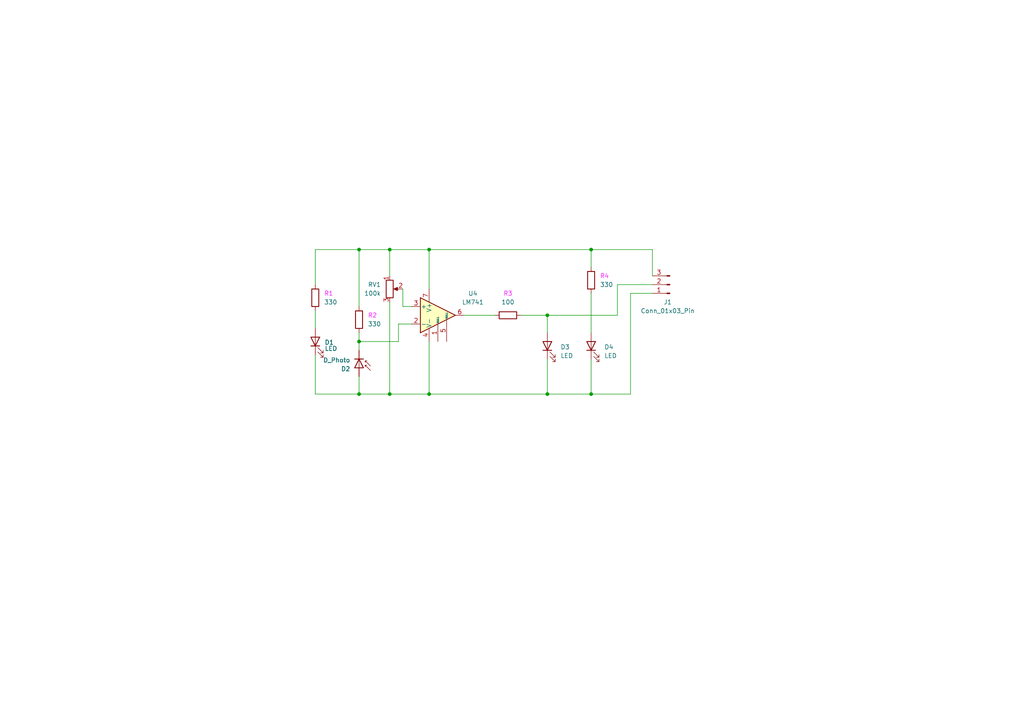
<source format=kicad_sch>
(kicad_sch (version 20231120) (generator "eeschema") (generator_version "8.0")
  (paper "A4")
  (lib_symbols
    (symbol "Amplifier_Operational:LM741" (pin_names (offset 0.127))
      (property "Reference" "U" (at 0 6.35 0))
      (property "Value" "LM741" (at 0 3.81 0))
      (symbol "LM741_0_1"
        (polyline (pts (xy -5.08 5.08) (xy 5.08 0) (xy -5.08 -5.08) (xy -5.08 5.08)) (stroke (width 0.254)) (fill (type background)))
      )
      (symbol "LM741_1_1"
        (pin input line (at 0 -7.62 90) (length 5.08) (name "NULL") (number "1"))
        (pin input line (at -7.62 -2.54 0) (length 2.54) (name "-") (number "2"))
        (pin input line (at -7.62 2.54 0) (length 2.54) (name "+") (number "3"))
        (pin power_in line (at -2.54 -7.62 90) (length 3.81) (name "V-") (number "4"))
        (pin input line (at 2.54 -7.62 90) (length 6.35) (name "NULL") (number "5"))
        (pin output line (at 7.62 0 180) (length 2.54) (name "~") (number "6"))
        (pin power_in line (at -2.54 7.62 270) (length 3.81) (name "V+") (number "7"))
        (pin no_connect line (at 0 2.54 270) (length 2.54) hide (name "NC") (number "8"))
      )
    )
    (symbol "Connector:Conn_01x03_Pin" (pin_names (offset 1.016) hide)
      (property "Reference" "J" (at 0 5.08 0))
      (property "Value" "Conn_01x03_Pin" (at 0 -5.08 0))
      (symbol "Conn_01x03_Pin_1_1"
        (polyline (pts (xy 1.27 -2.54) (xy 0.8636 -2.54)) (stroke (width 0.1524)))
        (polyline (pts (xy 1.27 0) (xy 0.8636 0)) (stroke (width 0.1524)))
        (polyline (pts (xy 1.27 2.54) (xy 0.8636 2.54)) (stroke (width 0.1524)))
        (rectangle (start 0.8636 -2.413) (end 0 -2.667) (stroke (width 0.1524)) (fill (type outline)))
        (rectangle (start 0.8636 0.127) (end 0 -0.127) (stroke (width 0.1524)) (fill (type outline)))
        (rectangle (start 0.8636 2.667) (end 0 2.413) (stroke (width 0.1524)) (fill (type outline)))
        (pin passive line (at 5.08 2.54 180) (length 3.81) (name "Pin_1") (number "1"))
        (pin passive line (at 5.08 0 180) (length 3.81) (name "Pin_2") (number "2"))
        (pin passive line (at 5.08 -2.54 180) (length 3.81) (name "Pin_3") (number "3"))
      )
    )
    (symbol "Device:D_Photo" (pin_numbers hide) (pin_names hide)
      (property "Reference" "D" (at 0.508 1.778 0))
      (property "Value" "D_Photo" (at -1.016 -2.794 0))
      (symbol "D_Photo_0_1"
        (polyline (pts (xy -2.54 1.27) (xy -2.54 -1.27)) (stroke (width 0.254)))
        (polyline (pts (xy -2.032 1.778) (xy -1.524 1.778)))
        (polyline (pts (xy 0 0) (xy -2.54 0)))
        (polyline (pts (xy -0.508 3.302) (xy -2.032 1.778) (xy -2.032 2.286)))
        (polyline (pts (xy 0 -1.27) (xy 0 1.27) (xy -2.54 0) (xy 0 -1.27)) (stroke (width 0.254)))
        (polyline (pts (xy 0.762 3.302) (xy -0.762 1.778) (xy -0.762 2.286) (xy -0.762 1.778) (xy -0.254 1.778)))
      )
      (symbol "D_Photo_1_1"
        (pin passive line (at -5.08 0 0) (length 2.54) (name "K") (number "1"))
        (pin passive line (at 2.54 0 180) (length 2.54) (name "A") (number "2"))
      )
    )
    (symbol "Device:LED" (pin_numbers hide) (pin_names (offset 1.016) hide)
      (property "Reference" "D" (at 0 2.54 0))
      (property "Value" "LED" (at 0 -2.54 0))
      (symbol "LED_0_1"
        (polyline (pts (xy -1.27 -1.27) (xy -1.27 1.27)) (stroke (width 0.254)))
        (polyline (pts (xy -1.27 0) (xy 1.27 0)))
        (polyline (pts (xy 1.27 -1.27) (xy 1.27 1.27) (xy -1.27 0) (xy 1.27 -1.27)) (stroke (width 0.254)))
        (polyline (pts (xy -3.048 -0.762) (xy -4.572 -2.286) (xy -3.81 -2.286) (xy -4.572 -2.286) (xy -4.572 -1.524)))
        (polyline (pts (xy -1.778 -0.762) (xy -3.302 -2.286) (xy -2.54 -2.286) (xy -3.302 -2.286) (xy -3.302 -1.524)))
      )
      (symbol "LED_1_1"
        (pin passive line (at -3.81 0 0) (length 2.54) (name "K") (number "1"))
        (pin passive line (at 3.81 0 180) (length 2.54) (name "A") (number "2"))
      )
    )
    (symbol "Device:R" (pin_numbers hide) (pin_names (offset 0))
      (property "Reference" "R" (at 2.032 0 90))
      (property "Value" "R" (at 0 0 90))
      (symbol "R_0_1"
        (rectangle (start -1.016 -2.54) (end 1.016 2.54) (stroke (width 0.254)))
      )
      (symbol "R_1_1"
        (pin passive line (at 0 3.81 270) (length 1.27) (name "~") (number "1"))
        (pin passive line (at 0 -3.81 90) (length 1.27) (name "~") (number "2"))
      )
    )
    (symbol "Device:R_Potentiometer" (pin_names (offset 1.016) hide)
      (property "Reference" "RV" (at -4.445 0 90))
      (property "Value" "R_Potentiometer" (at -2.54 0 90))
      (symbol "R_Potentiometer_0_1"
        (polyline (pts (xy 2.54 0) (xy 1.524 0)))
        (polyline (pts (xy 1.143 0) (xy 2.286 0.508) (xy 2.286 -0.508) (xy 1.143 0)) (fill (type outline)))
        (rectangle (start 1.016 2.54) (end -1.016 -2.54) (stroke (width 0.254)))
      )
      (symbol "R_Potentiometer_1_1"
        (pin passive line (at 0 3.81 270) (length 1.27) (name "1") (number "1"))
        (pin passive line (at 3.81 0 180) (length 1.27) (name "2") (number "2"))
        (pin passive line (at 0 -3.81 90) (length 1.27) (name "3") (number "3"))
      )
    )
  )
  (junction (at 171.45 72.39))
  (junction (at 158.75 91.44))
  (junction (at 104.14 72.39))
  (junction (at 124.46 72.39))
  (junction (at 171.45 114.3))
  (junction (at 113.03 114.3))
  (junction (at 158.75 114.3))
  (junction (at 124.46 114.3))
  (junction (at 104.14 114.3))
  (junction (at 104.14 99.06))
  (junction (at 113.03 72.39))
  (wire (pts (xy 104.14 114.3) (xy 113.03 114.3)))
  (wire (pts (xy 134.62 91.44) (xy 143.51 91.44)))
  (wire (pts (xy 158.75 104.14) (xy 158.75 114.3)))
  (wire (pts (xy 189.23 72.39) (xy 171.45 72.39)))
  (wire (pts (xy 104.14 109.22) (xy 104.14 114.3)))
  (wire (pts (xy 171.45 72.39) (xy 171.45 77.47)))
  (wire (pts (xy 124.46 99.06) (xy 124.46 114.3)))
  (wire (pts (xy 182.88 114.3) (xy 171.45 114.3)))
  (wire (pts (xy 91.44 90.17) (xy 91.44 95.25)))
  (wire (pts (xy 113.03 114.3) (xy 124.46 114.3)))
  (wire (pts (xy 124.46 114.3) (xy 158.75 114.3)))
  (wire (pts (xy 113.03 87.63) (xy 113.03 114.3)))
  (wire (pts (xy 104.14 99.06) (xy 104.14 101.6)))
  (wire (pts (xy 124.46 72.39) (xy 171.45 72.39)))
  (wire (pts (xy 158.75 91.44) (xy 158.75 96.52)))
  (wire (pts (xy 189.23 80.01) (xy 189.23 72.39)))
  (wire (pts (xy 113.03 72.39) (xy 113.03 80.01)))
  (wire (pts (xy 104.14 72.39) (xy 113.03 72.39)))
  (wire (pts (xy 115.57 93.98) (xy 119.38 93.98)))
  (wire (pts (xy 171.45 85.09) (xy 171.45 96.52)))
  (wire (pts (xy 158.75 91.44) (xy 179.07 91.44)))
  (wire (pts (xy 113.03 72.39) (xy 124.46 72.39)))
  (wire (pts (xy 104.14 99.06) (xy 115.57 99.06)))
  (wire (pts (xy 124.46 72.39) (xy 124.46 83.82)))
  (wire (pts (xy 104.14 96.52) (xy 104.14 99.06)))
  (wire (pts (xy 115.57 99.06) (xy 115.57 93.98)))
  (wire (pts (xy 179.07 82.55) (xy 189.23 82.55)))
  (wire (pts (xy 91.44 72.39) (xy 104.14 72.39)))
  (wire (pts (xy 151.13 91.44) (xy 158.75 91.44)))
  (wire (pts (xy 116.84 88.9) (xy 119.38 88.9)))
  (wire (pts (xy 182.88 85.09) (xy 182.88 114.3)))
  (wire (pts (xy 104.14 72.39) (xy 104.14 88.9)))
  (wire (pts (xy 91.44 102.87) (xy 91.44 114.3)))
  (wire (pts (xy 91.44 82.55) (xy 91.44 72.39)))
  (wire (pts (xy 171.45 114.3) (xy 171.45 104.14)))
  (wire (pts (xy 189.23 85.09) (xy 182.88 85.09)))
  (wire (pts (xy 158.75 114.3) (xy 171.45 114.3)))
  (wire (pts (xy 91.44 114.3) (xy 104.14 114.3)))
  (wire (pts (xy 116.84 83.82) (xy 116.84 88.9)))
  (wire (pts (xy 179.07 91.44) (xy 179.07 82.55)))
  (symbol (lib_id "Device:D_Photo") (at 104.14 106.68 270) (unit 1)
    (property "Reference" "D2" (at 101.6 106.9976 90) (effects (justify right)))
    (property "Value" "D_Photo" (at 101.6 104.4576 90) (effects (justify right)))
    (property "Footprint" "LED_THT:LED_D4.0mm" (effects (hide yes)))
    (property "Description" "Photodiode" (effects (hide yes)))
  )
  (symbol (lib_id "Device:R") (at 104.14 92.71 0) (unit 1)
    (property "Reference" "R2" (at 106.68 91.4399 0) (effects (justify left)))
    (property "Value" "330" (at 106.68 93.9799 0) (effects (justify left)))
    (property "Footprint" "Resistor_SMD:R_0805_2012Metric" (effects (hide yes)))
    (property "Description" "Resistor" (effects (hide yes)))
  )
  (symbol (lib_id "Amplifier_Operational:LM741") (at 127 91.44 0) (unit 1)
    (property "Reference" "U4" (at 137.16 85.1214 0))
    (property "Value" "LM741" (at 137.16 87.6614 0))
    (property "Footprint" "Package_SO:TSSOP-8_3x3mm_P0.65mm" (effects (hide yes)))
    (property "Datasheet" "http://www.ti.com/lit/ds/symlink/lm741.pdf" (effects (hide yes)))
    (property "Description" "Operational Amplifier, DIP-8/TO-99-8" (effects (hide yes)))
  )
  (symbol (lib_id "Device:R_Potentiometer") (at 113.03 83.82 0) (unit 1)
    (property "Reference" "RV1" (at 110.49 82.5499 0) (effects (justify right)))
    (property "Value" "100k" (at 110.49 85.0899 0) (effects (justify right)))
    (property "Footprint" "Potentiometer_THT:Potentiometer_ACP_CA9-V10_Vertical_Hole" (effects (hide yes)))
    (property "Description" "Potentiometer" (effects (hide yes)))
  )
  (symbol (lib_id "Device:LED") (at 171.45 100.33 90) (unit 1)
    (property "Reference" "D4" (at 175.26 100.6474 90) (effects (justify right)))
    (property "Value" "LED" (at 175.26 103.1874 90) (effects (justify right)))
    (property "Footprint" "LED_SMD:LED_0805_2012Metric_Pad1.15x1.40mm_HandSolder" (effects (hide yes)))
    (property "Description" "Light emitting diode" (effects (hide yes)))
  )
  (symbol (lib_id "Device:LED") (at 91.44 99.06 90) (unit 1)
    (property "Reference" "D1" (at 95.504 99.314 90))
    (property "Value" "LED" (at 96.012 101.092 90))
    (property "Footprint" "LED_THT:LED_D4.0mm" (effects (hide yes)))
    (property "Description" "Light emitting diode" (effects (hide yes)))
  )
  (symbol (lib_id "Device:R") (at 91.44 86.36 0) (unit 1)
    (property "Reference" "R1" (at 93.98 85.0899 0) (effects (justify left)))
    (property "Value" "330" (at 93.98 87.6299 0) (effects (justify left)))
    (property "Footprint" "Resistor_SMD:R_0805_2012Metric" (effects (hide yes)))
    (property "Description" "Resistor" (effects (hide yes)))
  )
  (symbol (lib_id "Device:R") (at 147.32 91.44 90) (unit 1)
    (property "Reference" "R3" (at 147.32 85.09 90))
    (property "Value" "100" (at 147.32 87.63 90))
    (property "Footprint" "Resistor_SMD:R_0805_2012Metric" (effects (hide yes)))
    (property "Description" "Resistor" (effects (hide yes)))
  )
  (symbol (lib_id "Device:LED") (at 158.75 100.33 90) (unit 1)
    (property "Reference" "D3" (at 162.56 100.6474 90) (effects (justify right)))
    (property "Value" "LED" (at 162.56 103.1874 90) (effects (justify right)))
    (property "Footprint" "LED_SMD:LED_0805_2012Metric_Pad1.15x1.40mm_HandSolder" (effects (hide yes)))
    (property "Description" "Light emitting diode" (effects (hide yes)))
  )
  (symbol (lib_id "Connector:Conn_01x03_Pin") (at 194.31 82.55 180) (unit 1)
    (property "Reference" "J1" (at 193.675 87.63 0))
    (property "Value" "Conn_01x03_Pin" (at 193.675 90.17 0))
    (property "Footprint" "Connector_PinHeader_2.54mm:PinHeader_1x03_P2.54mm_Horizontal" (effects (hide yes)))
    (property "Description" "Generic connector, single row, 01x03, script generated" (effects (hide yes)))
  )
  (symbol (lib_id "Device:R") (at 171.45 81.28 0) (unit 1)
    (property "Reference" "R4" (at 173.99 80.0099 0) (effects (justify left)))
    (property "Value" "330" (at 173.99 82.5499 0) (effects (justify left)))
    (property "Footprint" "Resistor_SMD:R_0805_2012Metric" (effects (hide yes)))
    (property "Description" "Resistor" (effects (hide yes)))
  )
)
</source>
